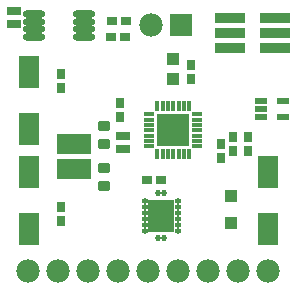
<source format=gts>
G04 Layer_Color=8388736*
%FSLAX25Y25*%
%MOIN*%
G70*
G01*
G75*
%ADD57R,0.04737X0.02769*%
%ADD58R,0.10249X0.03792*%
%ADD59R,0.08674X0.10642*%
%ADD60O,0.02375X0.01784*%
%ADD61O,0.01784X0.02375*%
G04:AMPARAMS|DCode=62|XSize=27.62mil|YSize=35.5mil|CornerRadius=2.59mil|HoleSize=0mil|Usage=FLASHONLY|Rotation=180.000|XOffset=0mil|YOffset=0mil|HoleType=Round|Shape=RoundedRectangle|*
%AMROUNDEDRECTD62*
21,1,0.02762,0.03032,0,0,180.0*
21,1,0.02244,0.03550,0,0,180.0*
1,1,0.00518,-0.01122,0.01516*
1,1,0.00518,0.01122,0.01516*
1,1,0.00518,0.01122,-0.01516*
1,1,0.00518,-0.01122,-0.01516*
%
%ADD62ROUNDEDRECTD62*%
G04:AMPARAMS|DCode=63|XSize=43.31mil|YSize=39.37mil|CornerRadius=2.85mil|HoleSize=0mil|Usage=FLASHONLY|Rotation=0.000|XOffset=0mil|YOffset=0mil|HoleType=Round|Shape=RoundedRectangle|*
%AMROUNDEDRECTD63*
21,1,0.04331,0.03366,0,0,0.0*
21,1,0.03760,0.03937,0,0,0.0*
1,1,0.00571,0.01880,-0.01683*
1,1,0.00571,-0.01880,-0.01683*
1,1,0.00571,-0.01880,0.01683*
1,1,0.00571,0.01880,0.01683*
%
%ADD63ROUNDEDRECTD63*%
G04:AMPARAMS|DCode=64|XSize=27.62mil|YSize=35.5mil|CornerRadius=2.59mil|HoleSize=0mil|Usage=FLASHONLY|Rotation=90.000|XOffset=0mil|YOffset=0mil|HoleType=Round|Shape=RoundedRectangle|*
%AMROUNDEDRECTD64*
21,1,0.02762,0.03032,0,0,90.0*
21,1,0.02244,0.03550,0,0,90.0*
1,1,0.00518,0.01516,0.01122*
1,1,0.00518,0.01516,-0.01122*
1,1,0.00518,-0.01516,-0.01122*
1,1,0.00518,-0.01516,0.01122*
%
%ADD64ROUNDEDRECTD64*%
G04:AMPARAMS|DCode=65|XSize=39.37mil|YSize=31.5mil|CornerRadius=2.66mil|HoleSize=0mil|Usage=FLASHONLY|Rotation=0.000|XOffset=0mil|YOffset=0mil|HoleType=Round|Shape=RoundedRectangle|*
%AMROUNDEDRECTD65*
21,1,0.03937,0.02618,0,0,0.0*
21,1,0.03406,0.03150,0,0,0.0*
1,1,0.00532,0.01703,-0.01309*
1,1,0.00532,-0.01703,-0.01309*
1,1,0.00532,-0.01703,0.01309*
1,1,0.00532,0.01703,0.01309*
%
%ADD65ROUNDEDRECTD65*%
%ADD66R,0.10642X0.10642*%
%ADD67O,0.01587X0.03753*%
%ADD68O,0.03753X0.01587*%
%ADD69R,0.11430X0.06706*%
%ADD70O,0.07493X0.02572*%
%ADD71R,0.04147X0.02375*%
%ADD72R,0.06706X0.10642*%
%ADD73R,0.04343X0.03950*%
%ADD74C,0.07800*%
%ADD75R,0.07800X0.07800*%
D57*
X39800Y52231D02*
D03*
Y47900D02*
D03*
X3500Y93831D02*
D03*
Y89500D02*
D03*
D58*
X90480Y91500D02*
D03*
Y86500D02*
D03*
Y81500D02*
D03*
X75520Y81500D02*
D03*
Y86500D02*
D03*
Y91500D02*
D03*
D59*
X52500Y25500D02*
D03*
D60*
X46988Y20579D02*
D03*
Y22547D02*
D03*
Y24516D02*
D03*
Y26484D02*
D03*
Y28453D02*
D03*
Y30421D02*
D03*
X58012D02*
D03*
Y28453D02*
D03*
Y26484D02*
D03*
Y24516D02*
D03*
Y22547D02*
D03*
Y20579D02*
D03*
D61*
X51516Y32980D02*
D03*
X53484D02*
D03*
Y18020D02*
D03*
X51516D02*
D03*
D62*
X19000Y23638D02*
D03*
Y28362D02*
D03*
X72500Y44638D02*
D03*
Y49362D02*
D03*
X76500Y47138D02*
D03*
Y51862D02*
D03*
X81400Y47138D02*
D03*
Y51862D02*
D03*
X38900Y63062D02*
D03*
Y58338D02*
D03*
X62500Y75862D02*
D03*
Y71138D02*
D03*
X19000Y68138D02*
D03*
Y72862D02*
D03*
D63*
X56500Y77846D02*
D03*
Y71153D02*
D03*
D64*
X47638Y37500D02*
D03*
X52362D02*
D03*
X35638Y85000D02*
D03*
X40362D02*
D03*
X36138Y90500D02*
D03*
X40862D02*
D03*
D65*
X33500Y49547D02*
D03*
Y55453D02*
D03*
X33500Y41453D02*
D03*
Y35547D02*
D03*
D66*
X56500Y54000D02*
D03*
D67*
X51185Y61972D02*
D03*
X52957D02*
D03*
X54728D02*
D03*
X56500D02*
D03*
X58272D02*
D03*
X60043D02*
D03*
X61815D02*
D03*
Y46028D02*
D03*
X60043D02*
D03*
X58272D02*
D03*
X56500D02*
D03*
X54728D02*
D03*
X52957D02*
D03*
X51185D02*
D03*
D68*
X64472Y59315D02*
D03*
Y57543D02*
D03*
Y55772D02*
D03*
Y54000D02*
D03*
Y52228D02*
D03*
Y50457D02*
D03*
Y48685D02*
D03*
X48528D02*
D03*
Y50457D02*
D03*
Y52228D02*
D03*
Y54000D02*
D03*
Y55772D02*
D03*
Y57543D02*
D03*
Y59315D02*
D03*
D69*
X23500Y41232D02*
D03*
Y49500D02*
D03*
D70*
X26768Y85161D02*
D03*
Y87721D02*
D03*
Y90280D02*
D03*
Y92839D02*
D03*
X10232Y85161D02*
D03*
Y87721D02*
D03*
Y90280D02*
D03*
Y92839D02*
D03*
D71*
X93240Y63659D02*
D03*
Y58541D02*
D03*
X85760D02*
D03*
Y61100D02*
D03*
Y63659D02*
D03*
D72*
X8500Y54500D02*
D03*
Y73500D02*
D03*
Y21000D02*
D03*
Y40000D02*
D03*
X88000Y21000D02*
D03*
Y40000D02*
D03*
D73*
X75700Y23128D02*
D03*
Y32183D02*
D03*
D74*
X8000Y7000D02*
D03*
X18000D02*
D03*
X28000D02*
D03*
X38000D02*
D03*
X48000D02*
D03*
X58000D02*
D03*
X68000D02*
D03*
X78000D02*
D03*
X88000D02*
D03*
X49100Y89100D02*
D03*
D75*
X59100D02*
D03*
M02*

</source>
